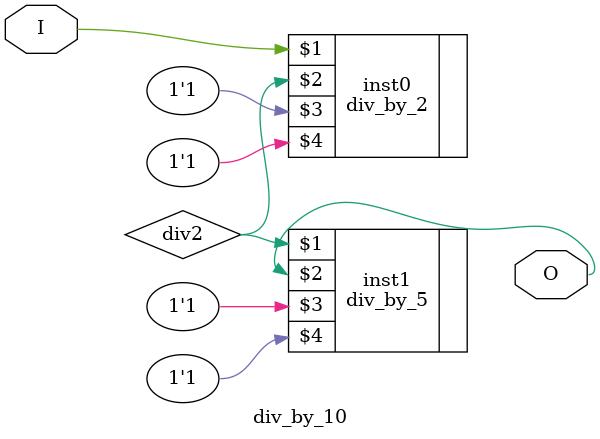
<source format=v>
module div_by_10 (I,O);	//divide by 10 circuit module

	input wire I;	//input I 
	output wire O;	//output O - frequency will be divided by 10
	wire div2;	//wire to wire the divide by 2 to the divide by 10
	
	div_by_2 inst0 (I,div2,1'b1,1'b1);	//divide by 2 instance (reset and preset held high)
	div_by_5 inst1 (div2,O,1'b1,1'b1);	//divide by 5 instance using output of divide by 2 as input
		
endmodule	//end of divide by 10 module

</source>
